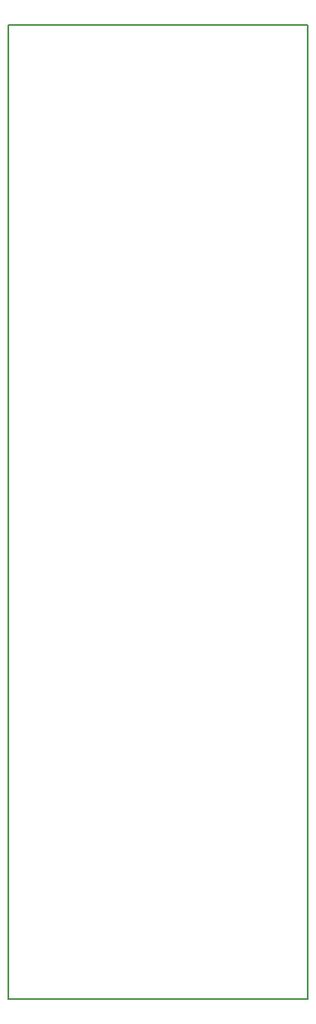
<source format=gbr>
G04 #@! TF.GenerationSoftware,KiCad,Pcbnew,5.0.2-bee76a0~70~ubuntu18.04.1*
G04 #@! TF.CreationDate,2019-04-23T19:40:41+10:00*
G04 #@! TF.ProjectId,minimoog,6d696e69-6d6f-46f6-972e-6b696361645f,rev?*
G04 #@! TF.SameCoordinates,Original*
G04 #@! TF.FileFunction,Profile,NP*
%FSLAX46Y46*%
G04 Gerber Fmt 4.6, Leading zero omitted, Abs format (unit mm)*
G04 Created by KiCad (PCBNEW 5.0.2-bee76a0~70~ubuntu18.04.1) date Tue 23 Apr 2019 19:40:41 AEST*
%MOMM*%
%LPD*%
G01*
G04 APERTURE LIST*
%ADD10C,0.150000*%
G04 APERTURE END LIST*
D10*
X124460000Y-137160000D02*
X124460000Y-38100000D01*
X154940000Y-137160000D02*
X124460000Y-137160000D01*
X154940000Y-38100000D02*
X154940000Y-137160000D01*
X124460000Y-38100000D02*
X154940000Y-38100000D01*
M02*

</source>
